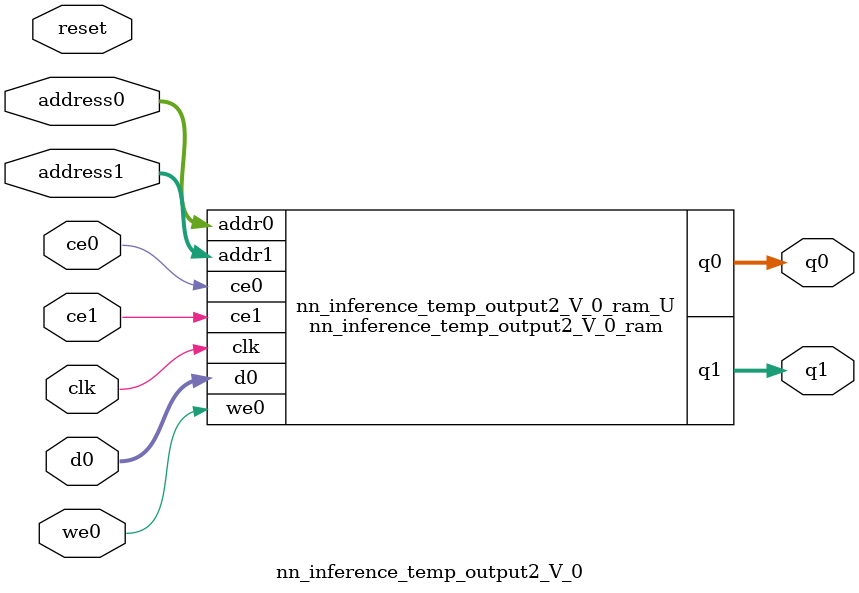
<source format=v>
`timescale 1 ns / 1 ps
module nn_inference_temp_output2_V_0_ram (addr0, ce0, d0, we0, q0, addr1, ce1, q1,  clk);

parameter DWIDTH = 32;
parameter AWIDTH = 5;
parameter MEM_SIZE = 32;

input[AWIDTH-1:0] addr0;
input ce0;
input[DWIDTH-1:0] d0;
input we0;
output reg[DWIDTH-1:0] q0;
input[AWIDTH-1:0] addr1;
input ce1;
output reg[DWIDTH-1:0] q1;
input clk;

reg [DWIDTH-1:0] ram[0:MEM_SIZE-1];




always @(posedge clk)  
begin 
    if (ce0) begin
        if (we0) 
            ram[addr0] <= d0; 
        q0 <= ram[addr0];
    end
end


always @(posedge clk)  
begin 
    if (ce1) begin
        q1 <= ram[addr1];
    end
end


endmodule

`timescale 1 ns / 1 ps
module nn_inference_temp_output2_V_0(
    reset,
    clk,
    address0,
    ce0,
    we0,
    d0,
    q0,
    address1,
    ce1,
    q1);

parameter DataWidth = 32'd32;
parameter AddressRange = 32'd32;
parameter AddressWidth = 32'd5;
input reset;
input clk;
input[AddressWidth - 1:0] address0;
input ce0;
input we0;
input[DataWidth - 1:0] d0;
output[DataWidth - 1:0] q0;
input[AddressWidth - 1:0] address1;
input ce1;
output[DataWidth - 1:0] q1;



nn_inference_temp_output2_V_0_ram nn_inference_temp_output2_V_0_ram_U(
    .clk( clk ),
    .addr0( address0 ),
    .ce0( ce0 ),
    .we0( we0 ),
    .d0( d0 ),
    .q0( q0 ),
    .addr1( address1 ),
    .ce1( ce1 ),
    .q1( q1 ));

endmodule


</source>
